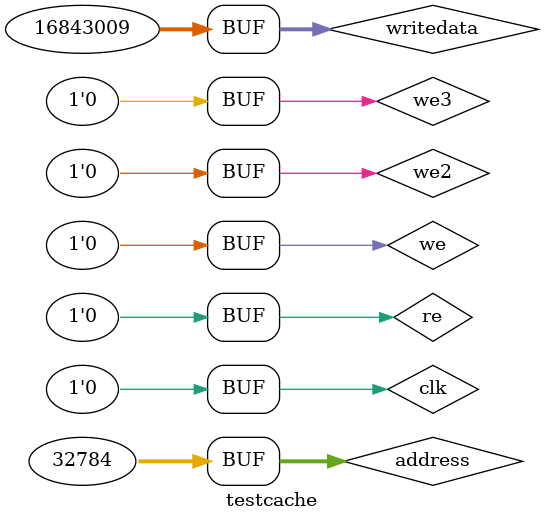
<source format=v>
module testcache();
  reg         clk;
  reg         re, we, we2, we3;
  reg  [31:0] address, writedata;
  wire [31:0] readdatacache,readmissdata;
  wire        hit, miss, dirty;

  // test
  memory_system DUT(clk, re, we, we2, we3, address, writedata, readdatacache, hit, miss, dirty);

  // generate clock to sequence tests
  always begin
    clk <= 1;
    #5;
    clk <= 0;
    # 5;
  end

  // check results
  initial begin
/*
    re <= 1'b0;
    we <= 1'b0;
    we2 <=1'b0;
    we3 <= 1'b0;
    address <= 32'h0;
    writedata <= 32'b0;
    #10;

    // Write Hit: if in cache, write in cache
    re  <= 1'b0;
    we  <= 1'b1;
    we2 <= 1'b0;
    we3 <= 1'b0;
    address <= 32'h50;
    writedata <= 32'h7;
    #10;
    we  <= 1'b0;
    #10;

    // Read Hit: Hit generated, no need to go to main memory, read out of cache valid
    re  <= 1'b1;
    we  <= 1'b0;
    we2 <= 1'b0;
    we3 <= 1'b0;
    address <= 32'h50;
    writedata <= 32'hxxxxxxxx;
    #10;
    re  <= 1'b0;
    #10;

    // Write Hit: if in cache, write in cache
    re  <= 1'b0;
    we  <= 1'b1;
    we2 <= 1'b0;
    we3 <= 1'b0;
    address <= 32'h54;
    writedata <= 32'h7;
    #10;
    we  <= 1'b0;
    #200;
*/


    // Write Miss: Miss generated, gets main memory, write this data to this cache value
    re  <= 1'b0;
    we  <= 1'b1;
    we2 <= 1'b0;
    we3 <= 1'b0;
    address <= 32'h00004012;
    writedata <= 32'h12345678;
    #10;
    we  <= 1'b0;
    #200;
    we2 <= 1'b1;
    #5;
    we2 <= 1'b0;
    #5;

    // Read Hit: Hit generated, no need to go to main memory, read out of cache valid
    re  <= 1'b1;
    we  <= 1'b0;
    we2 <= 1'b0;
    we3 <= 1'b0;
    address <= 32'h00004012;
    writedata <= 32'hxxxxxxxx;
    #10;
    re  <= 1'b0;
    #10;

    // Read Miss: !Hit generated, gets main memory, read out of cache is initialized mainmemory value after writing new cache value
    re  <= 1'b1;
    we  <= 1'b0;
    we2 <= 1'b0;
    we3 <= 1'b0;
    address <= 32'h00008012;
    writedata <= 32'hxxxxxxxx;
    #10;
    re <= 1'b0;
    #200;
    we3 <= 1'b1;
    #5;
    we3 <= 1'b0;
    #20;

	
    // Write Hit: if in cache, write in cache
    re  <= 1'b0;
    we  <= 1'b1;
    we2 <= 1'b0;
    we3 <= 1'b0;
    address <= 32'h00008011;
    writedata <= 32'h87654321;
    #10;
    we  <= 1'b0;
    #200;

    // Write Hit: if in cache, write in cache
    re  <= 1'b0;
    we  <= 1'b1;
    we2 <= 1'b0;
    we3 <= 1'b0;
    address <= 32'h00008010;
    writedata <= 32'h01010101;
    #10;
    we  <= 1'b0;
    #200;



  end

endmodule
</source>
